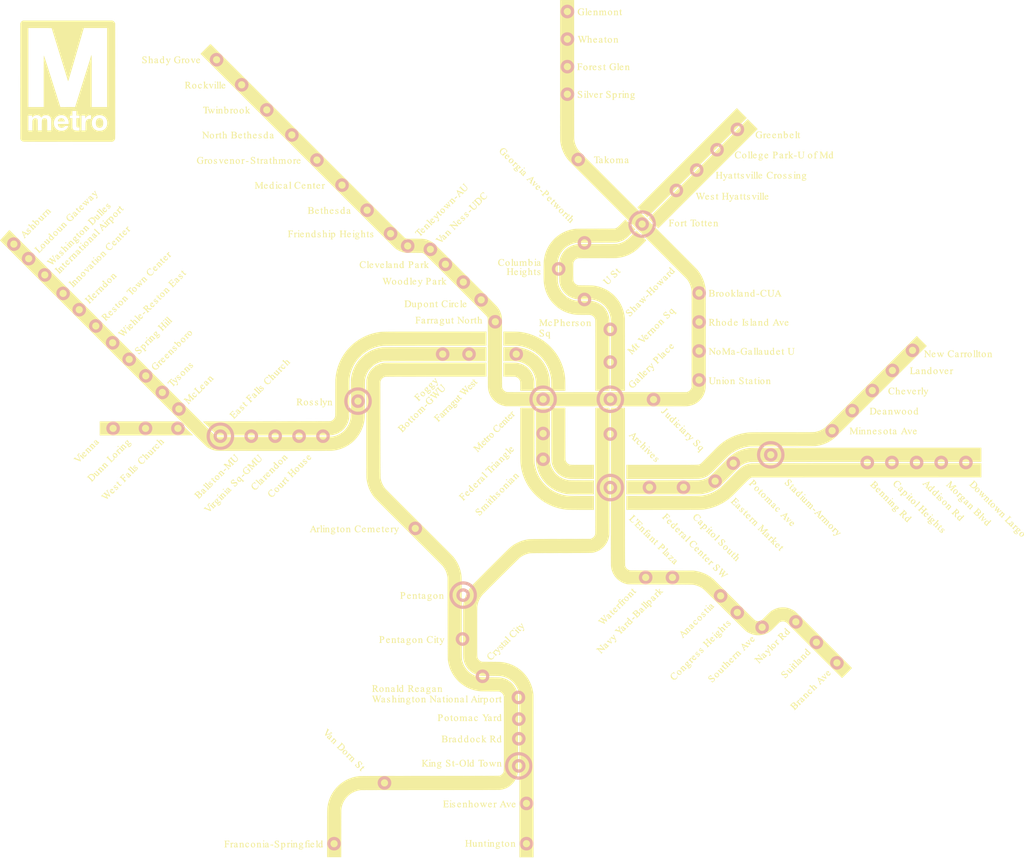
<source format=kicad_pcb>
(kicad_pcb (version 20221018) (generator pcbnew)
  (layers (0 "F.Cu" signal) (31 "B.Cu" signal) (34 "B.Paste" user) (35 "F.Paste" user) (36 "B.SilkS" user "B.Silkscreen") (37 "F.SilkS" user "F.Silkscreen") (38 "B.Mask" user) (39 "F.Mask" user) (44 "Edge.Cuts" user))
  (net 0 "")
  (footprint "LOGO" (layer "F.Cu") (at 116.529143 117.77)
    (fp_text reference "G***" hide)
    (fp_text value "LOGO" hide)
  )
  (footprint "LOGO" (layer "F.Cu") (at 116.529143 117.77)
    (fp_text reference "G***" hide)
    (fp_text value "LOGO" hide)
  )
  (footprint "LOGO" (layer "F.Cu") (at 116.529143 117.77)
    (fp_text reference "G***" hide)
    (fp_text value "LOGO" hide)
  )
  (footprint "LOGO" (layer "F.Cu") (at 116.529143 117.77)
    (fp_text reference "G***" hide)
    (fp_text value "LOGO" hide)
  )
)
</source>
